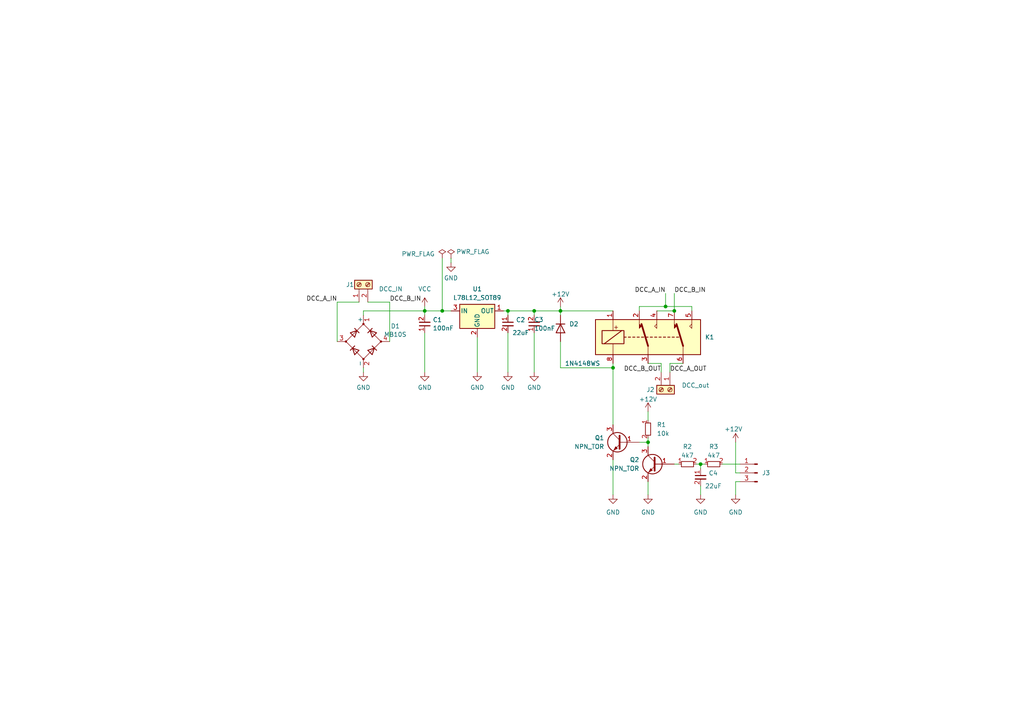
<source format=kicad_sch>
(kicad_sch (version 20230121) (generator eeschema)
  (paper "A4")
  (lib_symbols
    (symbol "Connector:Conn_01x03_Male" (pin_names (offset 1.016) hide)
      (property "Reference" "J" (at 0 5.08 0))
      (property "Value" "Conn_01x03_Male" (at 0 -5.08 0))
      (symbol "Conn_01x03_Male_1_1"
        (polyline (pts (xy 1.27 -2.54) (xy 0.8636 -2.54)) (stroke (width 0.1524)))
        (polyline (pts (xy 1.27 0) (xy 0.8636 0)) (stroke (width 0.1524)))
        (polyline (pts (xy 1.27 2.54) (xy 0.8636 2.54)) (stroke (width 0.1524)))
        (rectangle (start 0.8636 -2.413) (end 0 -2.667) (stroke (width 0.1524)) (fill (type outline)))
        (rectangle (start 0.8636 0.127) (end 0 -0.127) (stroke (width 0.1524)) (fill (type outline)))
        (rectangle (start 0.8636 2.667) (end 0 2.413) (stroke (width 0.1524)) (fill (type outline)))
        (pin passive line (at 5.08 2.54 180) (length 3.81) (name "Pin_1") (number "1"))
        (pin passive line (at 5.08 0 180) (length 3.81) (name "Pin_2") (number "2"))
        (pin passive line (at 5.08 -2.54 180) (length 3.81) (name "Pin_3") (number "3"))
      )
    )
    (symbol "Connector:Screw_Terminal_01x02" (pin_names (offset 1.016) hide)
      (property "Reference" "J" (at 0 2.54 0))
      (property "Value" "Screw_Terminal_01x02" (at 0 -5.08 0))
      (symbol "Screw_Terminal_01x02_1_1"
        (rectangle (start -1.27 1.27) (end 1.27 -3.81) (stroke (width 0.254)) (fill (type background)))
        (circle (center 0 -2.54) (radius 0.635) (stroke (width 0.1524)))
        (polyline (pts (xy -0.5334 -2.2098) (xy 0.3302 -3.048)) (stroke (width 0.1524)))
        (polyline (pts (xy -0.5334 0.3302) (xy 0.3302 -0.508)) (stroke (width 0.1524)))
        (polyline (pts (xy -0.3556 -2.032) (xy 0.508 -2.8702)) (stroke (width 0.1524)))
        (polyline (pts (xy -0.3556 0.508) (xy 0.508 -0.3302)) (stroke (width 0.1524)))
        (circle (center 0 0) (radius 0.635) (stroke (width 0.1524)))
        (pin passive line (at -5.08 0 0) (length 3.81) (name "Pin_1") (number "1"))
        (pin passive line (at -5.08 -2.54 0) (length 3.81) (name "Pin_2") (number "2"))
      )
    )
    (symbol "capacitor_miscellaneous:C_0603_100nF"
      (property "Reference" "C" (at 1.27 2.54 0))
      (property "Value" "100nF" (at 3.81 -2.54 0))
      (property "JLCPCB Part#" "C14663" (at 0 0 0))
      (symbol "C_0603_100nF_0_1"
        (polyline (pts (xy -1.524 -0.508) (xy 1.524 -0.508)) (stroke (width 0.3302)))
        (polyline (pts (xy -1.524 0.508) (xy 1.524 0.508)) (stroke (width 0.3048)))
      )
      (symbol "C_0603_100nF_1_1"
        (pin passive line (at 0 2.54 270) (length 2.032) (name "~") (number "1"))
        (pin passive line (at 0 -2.54 90) (length 2.032) (name "~") (number "2"))
      )
    )
    (symbol "capacitor_miscellaneous:C_1206_47uF"
      (property "Reference" "C" (at 1.27 2.54 0))
      (property "Value" "47uF" (at 3.81 -2.54 0))
      (symbol "C_1206_47uF_0_1"
        (polyline (pts (xy -1.524 -0.508) (xy 1.524 -0.508)) (stroke (width 0.3302)))
        (polyline (pts (xy -1.524 0.508) (xy 1.524 0.508)) (stroke (width 0.3048)))
      )
      (symbol "C_1206_47uF_1_1"
        (pin passive line (at 0 2.54 270) (length 2.032) (name "~") (number "1"))
        (pin passive line (at 0 -2.54 90) (length 2.032) (name "~") (number "2"))
      )
    )
    (symbol "custom_kicad_lib_sk:1N4148WS" (pin_numbers hide) (pin_names hide)
      (property "Reference" "D" (at 0 2.54 0))
      (property "Value" "1N4148WS" (at 0 -2.54 0))
      (symbol "1N4148WS_0_1"
        (polyline (pts (xy -1.27 1.27) (xy -1.27 -1.27)) (stroke (width 0.254)))
        (polyline (pts (xy 1.27 0) (xy -1.27 0)))
        (polyline (pts (xy 1.27 1.27) (xy 1.27 -1.27) (xy -1.27 0) (xy 1.27 1.27)) (stroke (width 0.254)))
      )
      (symbol "1N4148WS_1_1"
        (pin passive line (at -3.81 0 0) (length 2.54) (name "K") (number "1"))
        (pin passive line (at 3.81 0 180) (length 2.54) (name "A") (number "2"))
      )
    )
    (symbol "custom_kicad_lib_sk:G6K-2"
      (property "Reference" "K" (at 16.51 3.81 0))
      (property "JLCPCB Part#" "C47190" (at 0 0 0))
      (symbol "G6K-2_0_0"
        (text "+" (at -9.271 2.921 0) (effects (font (size 1.27 1.27))))
      )
      (symbol "G6K-2_0_1"
        (rectangle (start -15.24 5.08) (end 15.24 -5.08) (stroke (width 0.254)) (fill (type background)))
        (rectangle (start -13.335 1.905) (end -6.985 -1.905) (stroke (width 0.254)))
        (polyline (pts (xy -12.7 -1.905) (xy -7.62 1.905)) (stroke (width 0.254)))
        (polyline (pts (xy -10.16 -5.08) (xy -10.16 -1.905)))
        (polyline (pts (xy -10.16 5.08) (xy -10.16 1.905)))
        (polyline (pts (xy -6.985 0) (xy -6.35 0)) (stroke (width 0.254)))
        (polyline (pts (xy -5.715 0) (xy -5.08 0)) (stroke (width 0.254)))
        (polyline (pts (xy -4.445 0) (xy -3.81 0)) (stroke (width 0.254)))
        (polyline (pts (xy -3.175 0) (xy -2.54 0)) (stroke (width 0.254)))
        (polyline (pts (xy -1.905 0) (xy -1.27 0)) (stroke (width 0.254)))
        (polyline (pts (xy -0.635 0) (xy 0 0)) (stroke (width 0.254)))
        (polyline (pts (xy 0 -2.54) (xy -1.905 3.81)) (stroke (width 0.508)))
        (polyline (pts (xy 0 -2.54) (xy 0 -5.08)))
        (polyline (pts (xy 0.635 0) (xy 1.27 0)) (stroke (width 0.254)))
        (polyline (pts (xy 1.905 0) (xy 2.54 0)) (stroke (width 0.254)))
        (polyline (pts (xy 3.175 0) (xy 3.81 0)) (stroke (width 0.254)))
        (polyline (pts (xy 4.445 0) (xy 5.08 0)) (stroke (width 0.254)))
        (polyline (pts (xy 5.715 0) (xy 6.35 0)) (stroke (width 0.254)))
        (polyline (pts (xy 6.985 0) (xy 7.62 0)) (stroke (width 0.254)))
        (polyline (pts (xy 8.255 0) (xy 8.89 0)) (stroke (width 0.254)))
        (polyline (pts (xy 10.16 -2.54) (xy 8.255 3.81)) (stroke (width 0.508)))
        (polyline (pts (xy 10.16 -2.54) (xy 10.16 -5.08)))
        (polyline (pts (xy -2.54 5.08) (xy -2.54 2.54) (xy -1.905 3.175) (xy -2.54 3.81)) (fill (type outline)))
        (polyline (pts (xy 2.54 5.08) (xy 2.54 2.54) (xy 1.905 3.175) (xy 2.54 3.81)))
        (polyline (pts (xy 7.62 5.08) (xy 7.62 2.54) (xy 8.255 3.175) (xy 7.62 3.81)) (fill (type outline)))
        (polyline (pts (xy 12.7 5.08) (xy 12.7 2.54) (xy 12.065 3.175) (xy 12.7 3.81)))
      )
      (symbol "G6K-2_1_1"
        (pin passive line (at -10.16 7.62 270) (length 2.54) (name "~") (number "1"))
        (pin passive line (at -2.54 7.62 270) (length 2.54) (name "~") (number "2"))
        (pin passive line (at 0 -7.62 90) (length 2.54) (name "~") (number "3"))
        (pin passive line (at 2.54 7.62 270) (length 2.54) (name "~") (number "4"))
        (pin passive line (at 12.7 7.62 270) (length 2.54) (name "~") (number "5"))
        (pin passive line (at 10.16 -7.62 90) (length 2.54) (name "~") (number "6"))
        (pin passive line (at 7.62 7.62 270) (length 2.54) (name "~") (number "7"))
        (pin passive line (at -10.16 -7.62 90) (length 2.54) (name "~") (number "8"))
      )
    )
    (symbol "custom_kicad_lib_sk:L78L12_SOT89" (pin_names (offset 0.254))
      (property "Reference" "U" (at -3.81 3.175 0))
      (property "Value" "L78L12_SOT89" (at -0.635 3.175 0))
      (property "JLCPCB Part#" "C75501" (at 0 0 0))
      (symbol "L78L12_SOT89_0_1"
        (rectangle (start -5.08 1.905) (end 5.08 -5.08) (stroke (width 0.254)) (fill (type background)))
      )
      (symbol "L78L12_SOT89_1_1"
        (pin power_out line (at 7.62 0 180) (length 2.54) (name "OUT") (number "1"))
        (pin power_in line (at 0 -7.62 90) (length 2.54) (name "GND") (number "2"))
        (pin power_in line (at -7.62 0 0) (length 2.54) (name "IN") (number "3"))
      )
    )
    (symbol "custom_kicad_lib_sk:MB10S" (pin_names (offset 0))
      (property "Reference" "D" (at 2.54 6.985 0))
      (property "Value" "MB10S" (at 2.54 5.08 0))
      (property "JLCPCB Part#" "C2488" (at 0 0 0))
      (symbol "MB10S_0_1"
        (circle (center -5.08 0) (radius 0.254) (fill (type outline)))
        (circle (center 0 -5.08) (radius 0.254) (fill (type outline)))
        (polyline (pts (xy -2.54 3.81) (xy -1.27 2.54)) (stroke (width 0.254)))
        (polyline (pts (xy -1.27 -2.54) (xy -2.54 -3.81)) (stroke (width 0.254)))
        (polyline (pts (xy 2.54 -1.27) (xy 3.81 -2.54)) (stroke (width 0.254)))
        (polyline (pts (xy 2.54 1.27) (xy 3.81 2.54)) (stroke (width 0.254)))
        (polyline (pts (xy -3.81 2.54) (xy -2.54 1.27) (xy -1.905 3.175) (xy -3.81 2.54)) (stroke (width 0.254)))
        (polyline (pts (xy -2.54 -1.27) (xy -3.81 -2.54) (xy -1.905 -3.175) (xy -2.54 -1.27)) (stroke (width 0.254)))
        (polyline (pts (xy 1.27 2.54) (xy 2.54 3.81) (xy 3.175 1.905) (xy 1.27 2.54)) (stroke (width 0.254)))
        (polyline (pts (xy 3.175 -1.905) (xy 1.27 -2.54) (xy 2.54 -3.81) (xy 3.175 -1.905)) (stroke (width 0.254)))
        (polyline (pts (xy -5.08 0) (xy 0 -5.08) (xy 5.08 0) (xy 0 5.08) (xy -5.08 0)))
        (circle (center 0 5.08) (radius 0.254) (fill (type outline)))
        (circle (center 5.08 0) (radius 0.254) (fill (type outline)))
      )
      (symbol "MB10S_1_1"
        (pin passive line (at 7.62 0 180) (length 2.54) (name "+") (number "1"))
        (pin passive line (at -7.62 0 0) (length 2.54) (name "-") (number "2"))
        (pin passive line (at 0 7.62 270) (length 2.54) (name "~") (number "3"))
        (pin passive line (at 0 -7.62 90) (length 2.54) (name "~") (number "4"))
      )
    )
    (symbol "custom_kicad_lib_sk:NPN_TOR" (pin_names (offset 0) hide)
      (property "Reference" "Q" (at 5.08 1.905 0))
      (property "Value" "NPN_TOR" (at 5.08 0 0))
      (symbol "NPN_TOR_0_1"
        (polyline (pts (xy 0.635 0.635) (xy 2.54 2.54)))
        (polyline (pts (xy 0.635 -0.635) (xy 2.54 -2.54) (xy 2.54 -2.54)))
        (polyline (pts (xy 0.635 1.905) (xy 0.635 -1.905) (xy 0.635 -1.905)) (stroke (width 0.508)))
        (polyline (pts (xy 1.27 -1.778) (xy 1.778 -1.27) (xy 2.286 -2.286) (xy 1.27 -1.778) (xy 1.27 -1.778)) (fill (type outline)))
        (circle (center 1.27 0) (radius 2.8194) (stroke (width 0.254)))
      )
      (symbol "NPN_TOR_1_1"
        (pin input line (at -5.08 0 0) (length 5.715) (name "B") (number "1"))
        (pin passive line (at 2.54 -5.08 90) (length 2.54) (name "E") (number "2"))
        (pin passive line (at 2.54 5.08 270) (length 2.54) (name "C") (number "3"))
      )
    )
    (symbol "power:+12V" (power) (pin_names (offset 0))
      (property "Value" "+12V" (at 0 3.556 0))
      (symbol "+12V_0_1"
        (polyline (pts (xy -0.762 1.27) (xy 0 2.54)))
        (polyline (pts (xy 0 0) (xy 0 2.54)))
        (polyline (pts (xy 0 2.54) (xy 0.762 1.27)))
      )
      (symbol "+12V_1_1"
        (pin power_in line (at 0 0 90) (length 0) hide (name "+12V") (number "1"))
      )
    )
    (symbol "power:GND" (power) (pin_names (offset 0))
      (property "Value" "GND" (at 0 -3.81 0))
      (symbol "GND_0_1"
        (polyline (pts (xy 0 0) (xy 0 -1.27) (xy 1.27 -1.27) (xy 0 -2.54) (xy -1.27 -1.27) (xy 0 -1.27)))
      )
      (symbol "GND_1_1"
        (pin power_in line (at 0 0 270) (length 0) hide (name "GND") (number "1"))
      )
    )
    (symbol "power:PWR_FLAG" (power) (pin_numbers hide) (pin_names (offset 0) hide)
      (property "Value" "PWR_FLAG" (at 0 3.81 0))
      (symbol "PWR_FLAG_0_0"
        (pin power_out line (at 0 0 90) (length 0) (name "pwr") (number "1"))
      )
      (symbol "PWR_FLAG_0_1"
        (polyline (pts (xy 0 0) (xy 0 1.27) (xy -1.016 1.905) (xy 0 2.54) (xy 1.016 1.905) (xy 0 1.27)))
      )
    )
    (symbol "power:VCC" (power) (pin_names (offset 0))
      (property "Value" "VCC" (at 0 3.81 0))
      (symbol "VCC_0_1"
        (polyline (pts (xy -0.762 1.27) (xy 0 2.54)))
        (polyline (pts (xy 0 0) (xy 0 2.54)))
        (polyline (pts (xy 0 2.54) (xy 0.762 1.27)))
      )
      (symbol "VCC_1_1"
        (pin power_in line (at 0 0 90) (length 0) hide (name "VCC") (number "1"))
      )
    )
    (symbol "resistors_0603:R_10k_0603"
      (property "Reference" "R" (at 1.27 2.54 0))
      (property "Value" "10k" (at 2.54 -2.54 0))
      (symbol "R_10k_0603_0_1"
        (rectangle (start -0.762 1.778) (end 0.762 -1.778) (stroke (width 0.2032)))
      )
      (symbol "R_10k_0603_1_1"
        (pin passive line (at 0 2.54 270) (length 0.762) (name "~") (number "1"))
        (pin passive line (at 0 -2.54 90) (length 0.762) (name "~") (number "2"))
      )
    )
    (symbol "resistors_0603:R_4k7_0603"
      (property "Reference" "R" (at 1.27 2.54 0))
      (property "Value" "4k7" (at 2.54 -2.54 0))
      (symbol "R_4k7_0603_0_1"
        (rectangle (start -0.762 1.778) (end 0.762 -1.778) (stroke (width 0.2032)))
      )
      (symbol "R_4k7_0603_1_1"
        (pin passive line (at 0 2.54 270) (length 0.762) (name "~") (number "1"))
        (pin passive line (at 0 -2.54 90) (length 0.762) (name "~") (number "2"))
      )
    )
  )
  (junction (at 123.19 90.17))
  (junction (at 203.2 134.62))
  (junction (at 195.58 90.17))
  (junction (at 154.94 90.17))
  (junction (at 128.27 90.17))
  (junction (at 162.56 90.17))
  (junction (at 177.8 106.68))
  (junction (at 193.04 88.9))
  (junction (at 187.96 128.27))
  (junction (at 147.32 90.17))
  (wire (pts (xy 113.03 87.63) (xy 113.03 99.06)))
  (wire (pts (xy 162.56 90.17) (xy 177.8 90.17)))
  (wire (pts (xy 147.32 90.17) (xy 154.94 90.17)))
  (wire (pts (xy 123.19 88.9) (xy 123.19 90.17)))
  (wire (pts (xy 177.8 133.35) (xy 177.8 143.51)))
  (wire (pts (xy 203.2 134.62) (xy 204.47 134.62)))
  (wire (pts (xy 201.93 134.62) (xy 203.2 134.62)))
  (wire (pts (xy 187.96 127) (xy 187.96 128.27)))
  (wire (pts (xy 106.68 87.63) (xy 113.03 87.63)))
  (wire (pts (xy 195.58 90.17) (xy 190.5 90.17)))
  (wire (pts (xy 154.94 90.17) (xy 162.56 90.17)))
  (wire (pts (xy 177.8 105.41) (xy 177.8 106.68)))
  (wire (pts (xy 213.36 139.7) (xy 214.63 139.7)))
  (wire (pts (xy 195.58 90.17) (xy 195.58 85.09)))
  (wire (pts (xy 200.66 88.9) (xy 200.66 90.17)))
  (wire (pts (xy 177.8 106.68) (xy 177.8 123.19)))
  (wire (pts (xy 162.56 106.68) (xy 177.8 106.68)))
  (wire (pts (xy 185.42 90.17) (xy 185.42 88.9)))
  (wire (pts (xy 193.04 88.9) (xy 193.04 85.09)))
  (wire (pts (xy 130.81 74.93) (xy 130.81 76.2)))
  (wire (pts (xy 213.36 137.16) (xy 214.63 137.16)))
  (wire (pts (xy 187.96 143.51) (xy 187.96 139.7)))
  (wire (pts (xy 162.56 99.06) (xy 162.56 106.68)))
  (wire (pts (xy 138.43 97.79) (xy 138.43 107.95)))
  (wire (pts (xy 128.27 74.93) (xy 128.27 90.17)))
  (wire (pts (xy 123.19 91.44) (xy 123.19 90.17)))
  (wire (pts (xy 209.55 134.62) (xy 214.63 134.62)))
  (wire (pts (xy 105.41 106.68) (xy 105.41 107.95)))
  (wire (pts (xy 162.56 91.44) (xy 162.56 90.17)))
  (wire (pts (xy 154.94 90.17) (xy 154.94 91.44)))
  (wire (pts (xy 187.96 119.38) (xy 187.96 121.92)))
  (wire (pts (xy 104.14 87.63) (xy 97.79 87.63)))
  (wire (pts (xy 193.04 88.9) (xy 200.66 88.9)))
  (wire (pts (xy 203.2 140.97) (xy 203.2 143.51)))
  (wire (pts (xy 191.77 105.41) (xy 187.96 105.41)))
  (wire (pts (xy 97.79 87.63) (xy 97.79 99.06)))
  (wire (pts (xy 191.77 105.41) (xy 191.77 107.95)))
  (wire (pts (xy 105.41 90.17) (xy 105.41 91.44)))
  (wire (pts (xy 123.19 90.17) (xy 128.27 90.17)))
  (wire (pts (xy 147.32 91.44) (xy 147.32 90.17)))
  (wire (pts (xy 196.85 134.62) (xy 195.58 134.62)))
  (wire (pts (xy 187.96 128.27) (xy 187.96 129.54)))
  (wire (pts (xy 154.94 96.52) (xy 154.94 107.95)))
  (wire (pts (xy 162.56 88.9) (xy 162.56 90.17)))
  (wire (pts (xy 213.36 139.7) (xy 213.36 143.51)))
  (wire (pts (xy 185.42 88.9) (xy 193.04 88.9)))
  (wire (pts (xy 185.42 128.27) (xy 187.96 128.27)))
  (wire (pts (xy 203.2 134.62) (xy 203.2 135.89)))
  (wire (pts (xy 123.19 96.52) (xy 123.19 107.95)))
  (wire (pts (xy 194.31 105.41) (xy 194.31 107.95)))
  (wire (pts (xy 198.12 105.41) (xy 194.31 105.41)))
  (wire (pts (xy 128.27 90.17) (xy 130.81 90.17)))
  (wire (pts (xy 146.05 90.17) (xy 147.32 90.17)))
  (wire (pts (xy 213.36 128.27) (xy 213.36 137.16)))
  (wire (pts (xy 105.41 90.17) (xy 123.19 90.17)))
  (wire (pts (xy 147.32 107.95) (xy 147.32 96.52)))
  (label "DCC_B_IN" (at 195.58 85.09 0))
  (label "DCC_B_OUT" (at 191.77 107.95 180))
  (label "DCC_A_IN" (at 193.04 85.09 180))
  (label "DCC_A_IN" (at 97.79 87.63 180))
  (label "DCC_B_IN" (at 113.03 87.63 0))
  (label "DCC_A_OUT" (at 194.31 107.95 0))
  (symbol (lib_id "custom_kicad_lib_sk:G6K-2") (at 187.96 97.79 0) (unit 1)
    (property "Reference" "K1" (at 204.47 97.79 0) (effects (justify left)))
    (property "Value" "G6K-2F-Y-TR DC5" (effects hide))
    (property "Footprint" "Relay_SMD:Relay_DPDT_Omron_G6K-2F-Y" (effects hide))
    (property "Datasheet" "http://omronfs.omron.com/en_US/ecb/products/pdf/en-g6k.pdf" (effects hide))
    (property "JLCPCB Part#" "C397194" (effects hide))
  )
  (symbol (lib_id "power:GND") (at 123.19 107.95 0) (unit 1)
    (property "Reference" "#PWR03" (effects hide))
    (property "Value" "GND" (at 123.19 112.395 0))
  )
  (symbol (lib_id "power:PWR_FLAG") (at 128.27 74.93 0) (unit 1)
    (property "Reference" "#FLG01" (effects hide))
    (property "Value" "PWR_FLAG" (at 121.285 73.66 0))
  )
  (symbol (lib_id "power:GND") (at 177.8 143.51 0) (unit 1)
    (property "Reference" "#PWR09" (effects hide))
    (property "Value" "GND" (at 177.8 148.59 0))
  )
  (symbol (lib_id "power:GND") (at 154.94 107.95 0) (unit 1)
    (property "Reference" "#PWR07" (effects hide))
    (property "Value" "GND" (at 154.94 112.395 0))
  )
  (symbol (lib_id "power:GND") (at 187.96 143.51 0) (unit 1)
    (property "Reference" "#PWR011" (effects hide))
    (property "Value" "GND" (at 187.96 148.59 0))
  )
  (symbol (lib_id "power:+12V") (at 162.56 88.9 0) (unit 1)
    (property "Reference" "#PWR08" (effects hide))
    (property "Value" "+12V" (at 162.56 85.3242 0))
  )
  (symbol (lib_id "power:+12V") (at 213.36 128.27 0) (unit 1)
    (property "Reference" "#PWR013" (effects hide))
    (property "Value" "+12V" (at 212.725 124.46 0))
  )
  (symbol (lib_id "custom_kicad_lib_sk:L78L12_SOT89") (at 138.43 90.17 0) (unit 1)
    (property "Reference" "U1" (at 138.43 83.82 0))
    (property "Value" "L78L12_SOT89" (at 138.43 86.36 0))
    (property "Footprint" "Package_TO_SOT_SMD:SOT-89-3" (effects hide))
    (property "Datasheet" "http://www.st.com/content/ccc/resource/technical/document/datasheet/15/55/e5/aa/23/5b/43/fd/CD00000446.pdf/files/CD00000446.pdf/jcr:content/translations/en.CD00000446.pdf" (effects hide))
    (property "JLCPCB Part#" "C75501" (effects hide))
  )
  (symbol (lib_id "power:GND") (at 138.43 107.95 0) (unit 1)
    (property "Reference" "#PWR05" (effects hide))
    (property "Value" "GND" (at 138.43 112.395 0))
  )
  (symbol (lib_id "power:GND") (at 147.32 107.95 0) (unit 1)
    (property "Reference" "#PWR06" (effects hide))
    (property "Value" "GND" (at 147.32 112.395 0))
  )
  (symbol (lib_id "resistors_0603:R_10k_0603") (at 187.96 124.46 0) (unit 1)
    (property "Reference" "R1" (at 190.5 123.19 0) (effects (justify left)))
    (property "Value" "10k" (at 190.5 125.73 0) (effects (justify left)))
    (property "Footprint" "custom_kicad_lib_sk:R_0603_smalltext" (effects hide))
    (property "JLCPCB Part#" "C25804" (effects hide))
  )
  (symbol (lib_id "custom_kicad_lib_sk:MB10S") (at 105.41 99.06 90) (unit 1)
    (property "Reference" "D1" (at 114.6651 94.5936 90))
    (property "Value" "MB10S" (at 114.6651 97.0178 90))
    (property "Footprint" "custom_kicad_lib_sk:MB10s" (effects hide))
    (property "JLCPCB Part#" "C2488" (effects hide))
  )
  (symbol (lib_id "custom_kicad_lib_sk:NPN_TOR") (at 180.34 128.27 0) (mirror y) (unit 1)
    (property "Reference" "Q1" (at 175.26 127 0) (effects (justify left)))
    (property "Value" "NPN_TOR" (at 175.26 129.54 0) (effects (justify left)))
    (property "Footprint" "Package_TO_SOT_SMD:SOT-23" (effects hide))
    (property "JLCPCB Part#" "C2145" (effects hide))
  )
  (symbol (lib_id "custom_kicad_lib_sk:1N4148WS") (at 162.56 95.25 270) (unit 1)
    (property "Reference" "D2" (at 165.1 93.98 90) (effects (justify left)))
    (property "Value" "1N4148WS" (at 163.83 105.41 90) (effects (justify left)))
    (property "Footprint" "Diode_SMD:D_SOD-323" (effects hide))
    (property "Datasheet" "https://www.vishay.com/docs/85751/1n4148ws.pdf" (effects hide))
    (property "Sim.Device" "D" (effects hide))
    (property "Sim.Pins" "1=K 2=A" (effects hide))
    (property "JLCPCB Part#" "C2128" (effects hide))
  )
  (symbol (lib_id "power:PWR_FLAG") (at 130.81 74.93 0) (unit 1)
    (property "Reference" "#FLG02" (effects hide))
    (property "Value" "PWR_FLAG" (at 137.16 73.025 0))
  )
  (symbol (lib_id "Connector:Conn_01x03_Male") (at 219.71 137.16 0) (mirror y) (unit 1)
    (property "Reference" "J3" (at 220.98 137.1599 0) (effects (justify right)))
    (property "Value" "Conn_01x03_Male" (effects hide))
    (property "Footprint" "Connector_PinHeader_2.54mm:PinHeader_1x03_P2.54mm_Horizontal" (effects hide))
  )
  (symbol (lib_id "power:GND") (at 213.36 143.51 0) (unit 1)
    (property "Reference" "#PWR014" (effects hide))
    (property "Value" "GND" (at 213.36 148.59 0))
  )
  (symbol (lib_id "resistors_0603:R_4k7_0603") (at 199.39 134.62 90) (unit 1)
    (property "Reference" "R2" (at 199.39 129.54 90))
    (property "Value" "4k7" (at 199.39 132.08 90))
    (property "Footprint" "custom_kicad_lib_sk:R_0603_smalltext" (effects hide))
    (property "JLCPCB Part#" "C23162" (effects hide))
  )
  (symbol (lib_id "Connector:Screw_Terminal_01x02") (at 194.31 113.03 270) (unit 1)
    (property "Reference" "J2" (at 189.865 113.03 90) (effects (justify right)))
    (property "Value" "DCC_out" (at 205.74 111.76 90) (effects (justify right)))
    (property "Footprint" "TerminalBlock_Phoenix:TerminalBlock_Phoenix_MKDS-1,5-2-5.08_1x02_P5.08mm_Horizontal" (effects hide))
  )
  (symbol (lib_id "capacitor_miscellaneous:C_1206_47uF") (at 147.32 93.98 0) (unit 1)
    (property "Reference" "C2" (at 149.6441 92.7742 0) (effects (justify left)))
    (property "Value" "22uF" (at 148.59 96.52 0) (effects (justify left)))
    (property "Footprint" "Capacitor_SMD:C_1206_3216Metric" (effects hide))
    (property "JLCPCB Part#" "C12891" (effects hide))
  )
  (symbol (lib_id "resistors_0603:R_4k7_0603") (at 207.01 134.62 90) (unit 1)
    (property "Reference" "R3" (at 207.01 129.54 90))
    (property "Value" "4k7" (at 207.01 132.08 90))
    (property "Footprint" "custom_kicad_lib_sk:R_0603_smalltext" (effects hide))
    (property "JLCPCB Part#" "C23162" (effects hide))
  )
  (symbol (lib_id "power:+12V") (at 187.96 119.38 0) (unit 1)
    (property "Reference" "#PWR010" (effects hide))
    (property "Value" "+12V" (at 187.96 115.8042 0))
  )
  (symbol (lib_id "power:VCC") (at 123.19 88.9 0) (unit 1)
    (property "Reference" "#PWR02" (effects hide))
    (property "Value" "VCC" (at 123.19 83.82 0))
  )
  (symbol (lib_id "power:GND") (at 105.41 107.95 0) (unit 1)
    (property "Reference" "#PWR01" (effects hide))
    (property "Value" "GND" (at 105.41 112.395 0))
  )
  (symbol (lib_id "capacitor_miscellaneous:C_1206_47uF") (at 203.2 138.43 0) (unit 1)
    (property "Reference" "C4" (at 205.5241 137.2242 0) (effects (justify left)))
    (property "Value" "22uF" (at 204.47 140.97 0) (effects (justify left)))
    (property "Footprint" "Capacitor_SMD:C_1206_3216Metric" (effects hide))
    (property "JLCPCB Part#" "C12891" (effects hide))
  )
  (symbol (lib_id "custom_kicad_lib_sk:NPN_TOR") (at 190.5 134.62 0) (mirror y) (unit 1)
    (property "Reference" "Q2" (at 185.42 133.35 0) (effects (justify left)))
    (property "Value" "NPN_TOR" (at 185.42 135.89 0) (effects (justify left)))
    (property "Footprint" "Package_TO_SOT_SMD:SOT-23" (effects hide))
    (property "JLCPCB Part#" "C2145" (effects hide))
  )
  (symbol (lib_id "power:GND") (at 130.81 76.2 0) (unit 1)
    (property "Reference" "#PWR04" (effects hide))
    (property "Value" "GND" (at 130.81 80.645 0))
  )
  (symbol (lib_id "capacitor_miscellaneous:C_0603_100nF") (at 154.94 93.98 180) (unit 1)
    (property "Reference" "C3" (at 154.94 92.71 0) (effects (justify right)))
    (property "Value" "100nF" (at 154.94 95.25 0) (effects (justify right)))
    (property "Footprint" "Capacitor_SMD:C_0603_1608Metric" (effects hide))
    (property "JLCPCB Part#" "C14663" (effects hide))
  )
  (symbol (lib_id "power:GND") (at 203.2 143.51 0) (unit 1)
    (property "Reference" "#PWR012" (effects hide))
    (property "Value" "GND" (at 203.2 148.59 0))
  )
  (symbol (lib_id "Connector:Screw_Terminal_01x02") (at 104.14 82.55 90) (unit 1)
    (property "Reference" "J1" (at 100.33 82.55 90) (effects (justify right)))
    (property "Value" "DCC_IN" (at 109.855 83.8199 90) (effects (justify right)))
    (property "Footprint" "TerminalBlock_Phoenix:TerminalBlock_Phoenix_MKDS-1,5-2-5.08_1x02_P5.08mm_Horizontal" (effects hide))
  )
  (symbol (lib_id "capacitor_miscellaneous:C_0603_100nF") (at 123.19 93.98 180) (unit 1)
    (property "Reference" "C1" (at 125.5141 92.7615 0) (effects (justify right)))
    (property "Value" "100nF" (at 125.5141 95.1857 0) (effects (justify right)))
    (property "Footprint" "Capacitor_SMD:C_0603_1608Metric" (effects hide))
    (property "JLCPCB Part#" "C14663" (effects hide))
  )
)
</source>
